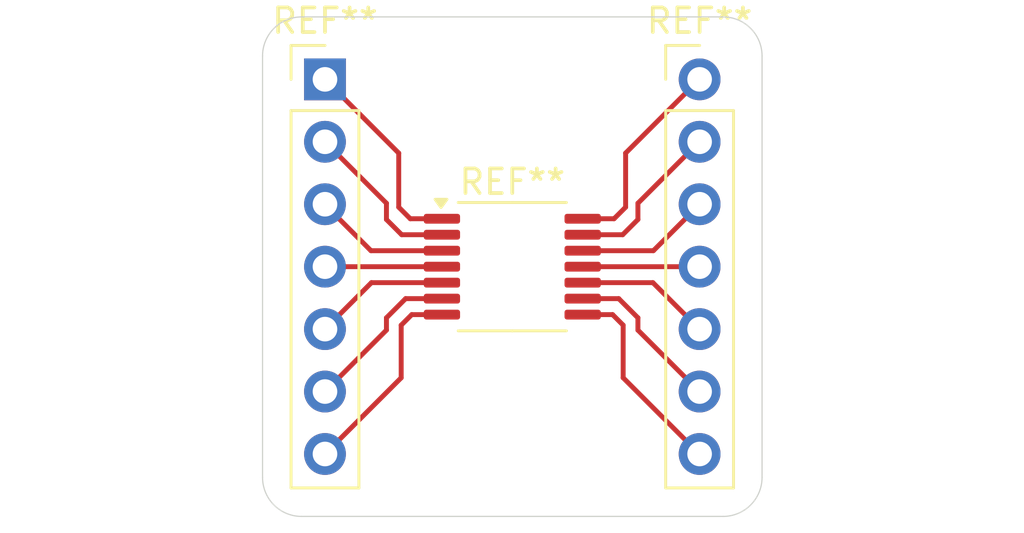
<source format=kicad_pcb>
(kicad_pcb (version 20241229) (generator "pcbnew") (generator_version "9.0")
  (layers (0 "F.Cu" signal) (2 "B.Cu" signal) (13 "F.Paste" user) (15 "B.Paste" user) (5 "F.SilkS" user "F.Silkscreen") (7 "B.SilkS" user "B.Silkscreen") (1 "F.Mask" user) (3 "B.Mask" user) (25 "Edge.Cuts" user))
  (net 0 "")
  (footprint "Package_SO:TSSOP-14_4.4x5mm_P0.65mm" (layer "F.Cu") (at 144.78 83.82)
    (property "Reference" "REF**" (at 0 -3.45 0) (layer "F.SilkS"))
    (property "Value" "TSSOP-14_4.4x5mm_P0.65mm")
    (fp_line (start 0 -2.61) (end -2.2 -2.61) (stroke (width 0.12)) (layer "F.SilkS"))
    (fp_line (start 0 -2.61) (end 2.2 -2.61) (stroke (width 0.12)) (layer "F.SilkS"))
    (fp_line (start 0 2.61) (end -2.2 2.61) (stroke (width 0.12)) (layer "F.SilkS"))
    (fp_line (start 0 2.61) (end 2.2 2.61) (stroke (width 0.12)) (layer "F.SilkS"))
    (fp_poly (pts (xy -2.9 -2.41) (xy -3.14 -2.74) (xy -2.66 -2.74)) (stroke (width 0.12)) (fill yes) (layer "F.SilkS"))
    (pad "1" smd roundrect (at -2.8625 -1.95) (size 1.475 0.4) (layers "F.Cu" "F.Mask" "F.Paste"))
    (pad "2" smd roundrect (at -2.8625 -1.3) (size 1.475 0.4) (layers "F.Cu" "F.Mask" "F.Paste"))
    (pad "3" smd roundrect (at -2.8625 -0.65) (size 1.475 0.4) (layers "F.Cu" "F.Mask" "F.Paste"))
    (pad "4" smd roundrect (at -2.8625 0) (size 1.475 0.4) (layers "F.Cu" "F.Mask" "F.Paste"))
    (pad "5" smd roundrect (at -2.8625 0.65) (size 1.475 0.4) (layers "F.Cu" "F.Mask" "F.Paste"))
    (pad "6" smd roundrect (at -2.8625 1.3) (size 1.475 0.4) (layers "F.Cu" "F.Mask" "F.Paste"))
    (pad "7" smd roundrect (at -2.8625 1.95) (size 1.475 0.4) (layers "F.Cu" "F.Mask" "F.Paste"))
    (pad "8" smd roundrect (at 2.8625 1.95) (size 1.475 0.4) (layers "F.Cu" "F.Mask" "F.Paste"))
    (pad "9" smd roundrect (at 2.8625 1.3) (size 1.475 0.4) (layers "F.Cu" "F.Mask" "F.Paste"))
    (pad "10" smd roundrect (at 2.8625 0.65) (size 1.475 0.4) (layers "F.Cu" "F.Mask" "F.Paste"))
    (pad "11" smd roundrect (at 2.8625 0) (size 1.475 0.4) (layers "F.Cu" "F.Mask" "F.Paste"))
    (pad "12" smd roundrect (at 2.8625 -0.65) (size 1.475 0.4) (layers "F.Cu" "F.Mask" "F.Paste"))
    (pad "13" smd roundrect (at 2.8625 -1.3) (size 1.475 0.4) (layers "F.Cu" "F.Mask" "F.Paste"))
    (pad "14" smd roundrect (at 2.8625 -1.95) (size 1.475 0.4) (layers "F.Cu" "F.Mask" "F.Paste"))
  )
  (footprint "Connector_PinHeader_2.54mm:PinHeader_1x07_P2.54mm_Vertical" (layer "F.Cu") (at 137.16 76.2)
    (property "Reference" "REF**" (at 0 -2.38 0) (layer "F.SilkS"))
    (property "Value" "PinHeader_1x07_P2.54mm_Vertical")
    (fp_line (start -1.38 -1.38) (end 0 -1.38) (stroke (width 0.12)) (layer "F.SilkS"))
    (fp_line (start -1.38 0) (end -1.38 -1.38) (stroke (width 0.12)) (layer "F.SilkS"))
    (fp_line (start -1.38 1.27) (end -1.38 16.62) (stroke (width 0.12)) (layer "F.SilkS"))
    (fp_line (start -1.38 1.27) (end 1.38 1.27) (stroke (width 0.12)) (layer "F.SilkS"))
    (fp_line (start -1.38 16.62) (end 1.38 16.62) (stroke (width 0.12)) (layer "F.SilkS"))
    (fp_line (start 1.38 1.27) (end 1.38 16.62) (stroke (width 0.12)) (layer "F.SilkS"))
    (pad "1" thru_hole rect (at 0 0) (size 1.7 1.7) (drill 1) (layers "*.Cu" "*.Mask"))
    (pad "2" thru_hole circle (at 0 2.54) (size 1.7 1.7) (drill 1) (layers "*.Cu" "*.Mask"))
    (pad "3" thru_hole circle (at 0 5.08) (size 1.7 1.7) (drill 1) (layers "*.Cu" "*.Mask"))
    (pad "4" thru_hole circle (at 0 7.62) (size 1.7 1.7) (drill 1) (layers "*.Cu" "*.Mask"))
    (pad "5" thru_hole circle (at 0 10.16) (size 1.7 1.7) (drill 1) (layers "*.Cu" "*.Mask"))
    (pad "6" thru_hole circle (at 0 12.7) (size 1.7 1.7) (drill 1) (layers "*.Cu" "*.Mask"))
    (pad "7" thru_hole circle (at 0 15.24) (size 1.7 1.7) (drill 1) (layers "*.Cu" "*.Mask"))
  )
  (footprint "Connector_PinHeader_2.54mm:PinHeader_1x07_P2.54mm_Vertical" (layer "F.Cu") (at 152.4 76.2)
    (property "Reference" "REF**" (at 0 -2.38 0) (layer "F.SilkS"))
    (property "Value" "PinHeader_1x07_P2.54mm_Vertical")
    (fp_line (start -1.38 -1.38) (end 0 -1.38) (stroke (width 0.12)) (layer "F.SilkS"))
    (fp_line (start -1.38 0) (end -1.38 -1.38) (stroke (width 0.12)) (layer "F.SilkS"))
    (fp_line (start -1.38 1.27) (end -1.38 16.62) (stroke (width 0.12)) (layer "F.SilkS"))
    (fp_line (start -1.38 1.27) (end 1.38 1.27) (stroke (width 0.12)) (layer "F.SilkS"))
    (fp_line (start -1.38 16.62) (end 1.38 16.62) (stroke (width 0.12)) (layer "F.SilkS"))
    (fp_line (start 1.38 1.27) (end 1.38 16.62) (stroke (width 0.12)) (layer "F.SilkS"))
    (pad "1" thru_hole circle (at 0 0) (size 1.7 1.7) (drill 1) (layers "*.Cu" "*.Mask"))
    (pad "2" thru_hole circle (at 0 2.54) (size 1.7 1.7) (drill 1) (layers "*.Cu" "*.Mask"))
    (pad "3" thru_hole circle (at 0 5.08) (size 1.7 1.7) (drill 1) (layers "*.Cu" "*.Mask"))
    (pad "4" thru_hole circle (at 0 7.62) (size 1.7 1.7) (drill 1) (layers "*.Cu" "*.Mask"))
    (pad "5" thru_hole circle (at 0 10.16) (size 1.7 1.7) (drill 1) (layers "*.Cu" "*.Mask"))
    (pad "6" thru_hole circle (at 0 12.7) (size 1.7 1.7) (drill 1) (layers "*.Cu" "*.Mask"))
    (pad "7" thru_hole circle (at 0 15.24) (size 1.7 1.7) (drill 1) (layers "*.Cu" "*.Mask"))
  )
  (gr_line (start 154.94 75.2475) (end 154.94 92.3925) (stroke (width 0.05)) (layer "Edge.Cuts"))
  (gr_line (start 153.3525 93.98) (end 136.2075 93.98) (stroke (width 0.05)) (layer "Edge.Cuts"))
  (gr_line (start 134.62 92.3925) (end 134.62 75.2475) (stroke (width 0.05)) (layer "Edge.Cuts"))
  (gr_arc (start 154.94 92.3925) (mid 154.475032 93.515032) (end 153.3525 93.98) (stroke (width 0.05)) (layer "Edge.Cuts"))
  (gr_arc (start 153.3525 73.66) (mid 154.475032 74.124968) (end 154.94 75.2475) (stroke (width 0.05)) (layer "Edge.Cuts"))
  (gr_arc (start 134.62 75.2475) (mid 135.084968 74.124968) (end 136.2075 73.66) (stroke (width 0.05)) (layer "Edge.Cuts"))
  (gr_line (start 136.2075 73.66) (end 153.3525 73.66) (stroke (width 0.05)) (layer "Edge.Cuts"))
  (gr_arc (start 136.2075 93.98) (mid 135.084968 93.515032) (end 134.62 92.3925) (stroke (width 0.05)) (layer "Edge.Cuts"))
  (segment (start 139.66 81.24) (end 139.66 81.9) (width 0.2) (layer "F.Cu") (net 0))
  (segment (start 139.66 86.4) (end 139.66 85.9) (width 0.2) (layer "F.Cu") (net 0))
  (segment (start 152.39 81.28) (end 152.39 81.3) (width 0.2) (layer "F.Cu") (net 0))
  (segment (start 137.16 78.74) (end 139.66 81.24) (width 0.2) (layer "F.Cu") (net 0))
  (segment (start 139.66 85.9) (end 140.44 85.12) (width 0.2) (layer "F.Cu") (net 0))
  (segment (start 152.39 91.44) (end 149.29 88.34) (width 0.2) (layer "F.Cu") (net 0))
  (segment (start 149.29 88.34) (end 149.29 86.2) (width 0.2) (layer "F.Cu") (net 0))
  (segment (start 140.28 82.52) (end 141.9175 82.52) (width 0.2) (layer "F.Cu") (net 0))
  (segment (start 137.16 76.2) (end 140.16 79.2) (width 0.2) (layer "F.Cu") (net 0))
  (segment (start 149.11 85.12) (end 147.6325 85.12) (width 0.2) (layer "F.Cu") (net 0))
  (segment (start 149.89 85.9) (end 149.11 85.12) (width 0.2) (layer "F.Cu") (net 0))
  (segment (start 149.89 81.9) (end 149.27 82.52) (width 0.2) (layer "F.Cu") (net 0))
  (segment (start 152.39 86.36) (end 150.5 84.47) (width 0.2) (layer "F.Cu") (net 0))
  (segment (start 137.16 88.9) (end 139.66 86.4) (width 0.2) (layer "F.Cu") (net 0))
  (segment (start 140.16 81.4) (end 140.63 81.87) (width 0.2) (layer "F.Cu") (net 0))
  (segment (start 152.39 83.82) (end 147.6325 83.82) (width 0.2) (layer "F.Cu") (net 0))
  (segment (start 152.39 81.3) (end 150.52 83.17) (width 0.2) (layer "F.Cu") (net 0))
  (segment (start 140.26 88.34) (end 140.26 86.2) (width 0.2) (layer "F.Cu") (net 0))
  (segment (start 152.39 78.74) (end 149.89 81.24) (width 0.2) (layer "F.Cu") (net 0))
  (segment (start 139.03 83.17) (end 141.9175 83.17) (width 0.2) (layer "F.Cu") (net 0))
  (segment (start 149.39 81.4) (end 148.92 81.87) (width 0.2) (layer "F.Cu") (net 0))
  (segment (start 137.16 86.36) (end 139.05 84.47) (width 0.2) (layer "F.Cu") (net 0))
  (segment (start 137.16 91.44) (end 140.26 88.34) (width 0.2) (layer "F.Cu") (net 0))
  (segment (start 139.05 84.47) (end 141.9175 84.47) (width 0.2) (layer "F.Cu") (net 0))
  (segment (start 150.52 83.17) (end 147.6325 83.17) (width 0.2) (layer "F.Cu") (net 0))
  (segment (start 140.16 79.2) (end 140.16 81.4) (width 0.2) (layer "F.Cu") (net 0))
  (segment (start 152.39 76.2) (end 149.39 79.2) (width 0.2) (layer "F.Cu") (net 0))
  (segment (start 149.89 81.24) (end 149.89 81.9) (width 0.2) (layer "F.Cu") (net 0))
  (segment (start 149.27 82.52) (end 147.6325 82.52) (width 0.2) (layer "F.Cu") (net 0))
  (segment (start 140.26 86.2) (end 140.69 85.77) (width 0.2) (layer "F.Cu") (net 0))
  (segment (start 137.16 81.3) (end 139.03 83.17) (width 0.2) (layer "F.Cu") (net 0))
  (segment (start 139.66 81.9) (end 140.28 82.52) (width 0.2) (layer "F.Cu") (net 0))
  (segment (start 140.44 85.12) (end 141.9175 85.12) (width 0.2) (layer "F.Cu") (net 0))
  (segment (start 140.69 85.77) (end 141.9175 85.77) (width 0.2) (layer "F.Cu") (net 0))
  (segment (start 148.86 85.77) (end 147.6325 85.77) (width 0.2) (layer "F.Cu") (net 0))
  (segment (start 152.39 88.9) (end 149.89 86.4) (width 0.2) (layer "F.Cu") (net 0))
  (segment (start 149.29 86.2) (end 148.86 85.77) (width 0.2) (layer "F.Cu") (net 0))
  (segment (start 149.89 86.4) (end 149.89 85.9) (width 0.2) (layer "F.Cu") (net 0))
  (segment (start 137.16 83.82) (end 141.9175 83.82) (width 0.2) (layer "F.Cu") (net 0))
  (segment (start 150.5 84.47) (end 147.6325 84.47) (width 0.2) (layer "F.Cu") (net 0))
  (segment (start 149.39 79.2) (end 149.39 81.4) (width 0.2) (layer "F.Cu") (net 0))
  (segment (start 148.92 81.87) (end 147.6325 81.87) (width 0.2) (layer "F.Cu") (net 0))
  (segment (start 140.63 81.87) (end 141.9175 81.87) (width 0.2) (layer "F.Cu") (net 0))
  (segment (start 137.16 81.28) (end 137.16 81.3) (width 0.2) (layer "F.Cu") (net 0))
)
</source>
